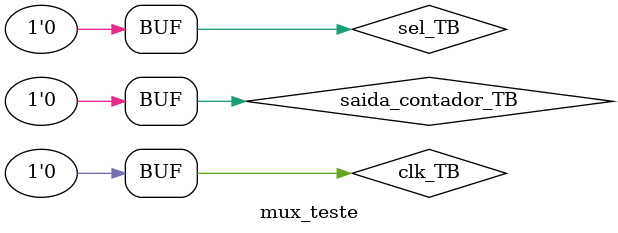
<source format=v>
`timescale 1ns/1ns
`include "mux.v"

module mux_teste;

    reg sel_TB, saida_contador_TB, clk_TB;
  	wire  Q_TB;

  	mux DUT(.sel(sel_TB), .non_recycling_counter_output(saida_contador_TB), .clk_1Hz(clk_TB), .pgt_1Hz(Q_TB));

    initial
        begin

            $dumpfile("mux_teste.vcd");
            $dumpvars(0, mux_teste);

                sel_TB=1; saida_contador_TB=0; clk_TB=1;
            #5  sel_TB=0; saida_contador_TB=0; clk_TB=1;
         	  #5  sel_TB=1; saida_contador_TB=1; clk_TB=0;
          	#5  sel_TB=0; saida_contador_TB=1; clk_TB=0;
            #5  sel_TB=1; saida_contador_TB=1; clk_TB=1;
          	#5  sel_TB=0; saida_contador_TB=1; clk_TB=1;
            #5  sel_TB=1; saida_contador_TB=0; clk_TB=0;
          	#5  sel_TB=0; saida_contador_TB=0; clk_TB=0;
          
        end
endmodule
</source>
